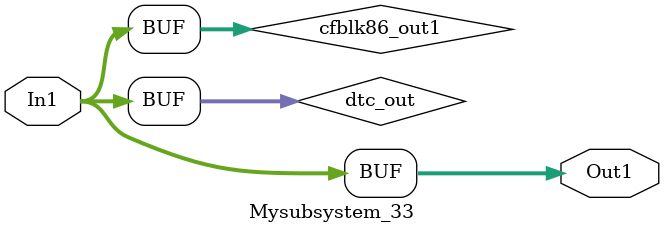
<source format=v>



`timescale 1 ns / 1 ns

module Mysubsystem_33
          (In1,
           Out1);


  input   [7:0] In1;  // uint8
  output  [7:0] Out1;  // uint8


  wire [7:0] dtc_out;  // ufix8
  wire [7:0] cfblk86_out1;  // uint8


  assign dtc_out = In1;



  assign cfblk86_out1 = dtc_out;



  assign Out1 = cfblk86_out1;

endmodule  // Mysubsystem_33


</source>
